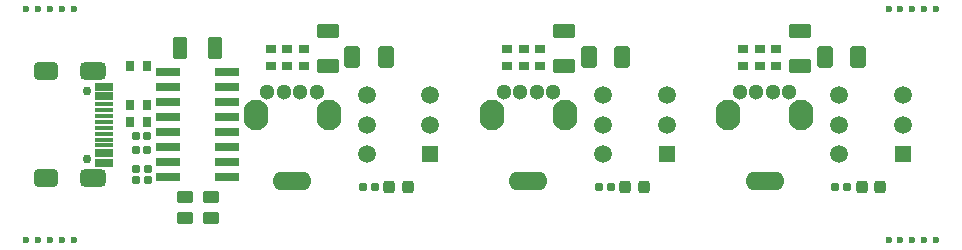
<source format=gbr>
%TF.GenerationSoftware,KiCad,Pcbnew,6.0.7+dfsg-1~bpo11+1*%
%TF.CreationDate,2022-10-14T07:47:58+00:00*%
%TF.ProjectId,0104-USB-HUB,30313034-2d55-4534-922d-4855422e6b69,V1.0*%
%TF.SameCoordinates,Original*%
%TF.FileFunction,Soldermask,Top*%
%TF.FilePolarity,Negative*%
%FSLAX46Y46*%
G04 Gerber Fmt 4.6, Leading zero omitted, Abs format (unit mm)*
G04 Created by KiCad (PCBNEW 6.0.7+dfsg-1~bpo11+1) date 2022-10-14 07:47:58*
%MOMM*%
%LPD*%
G01*
G04 APERTURE LIST*
G04 Aperture macros list*
%AMRoundRect*
0 Rectangle with rounded corners*
0 $1 Rounding radius*
0 $2 $3 $4 $5 $6 $7 $8 $9 X,Y pos of 4 corners*
0 Add a 4 corners polygon primitive as box body*
4,1,4,$2,$3,$4,$5,$6,$7,$8,$9,$2,$3,0*
0 Add four circle primitives for the rounded corners*
1,1,$1+$1,$2,$3*
1,1,$1+$1,$4,$5*
1,1,$1+$1,$6,$7*
1,1,$1+$1,$8,$9*
0 Add four rect primitives between the rounded corners*
20,1,$1+$1,$2,$3,$4,$5,0*
20,1,$1+$1,$4,$5,$6,$7,0*
20,1,$1+$1,$6,$7,$8,$9,0*
20,1,$1+$1,$8,$9,$2,$3,0*%
G04 Aperture macros list end*
%ADD10RoundRect,0.268750X0.218750X0.256250X-0.218750X0.256250X-0.218750X-0.256250X0.218750X-0.256250X0*%
%ADD11RoundRect,0.050000X0.350000X-0.300000X0.350000X0.300000X-0.350000X0.300000X-0.350000X-0.300000X0*%
%ADD12RoundRect,0.300000X0.375000X0.625000X-0.375000X0.625000X-0.375000X-0.625000X0.375000X-0.625000X0*%
%ADD13RoundRect,0.185000X-0.135000X-0.185000X0.135000X-0.185000X0.135000X0.185000X-0.135000X0.185000X0*%
%ADD14RoundRect,0.050000X-0.300000X-0.350000X0.300000X-0.350000X0.300000X0.350000X-0.300000X0.350000X0*%
%ADD15RoundRect,0.050000X0.650000X0.650000X-0.650000X0.650000X-0.650000X-0.650000X0.650000X-0.650000X0*%
%ADD16C,1.500000*%
%ADD17RoundRect,0.300000X-0.325000X-0.650000X0.325000X-0.650000X0.325000X0.650000X-0.325000X0.650000X0*%
%ADD18RoundRect,0.200000X0.850000X0.150000X-0.850000X0.150000X-0.850000X-0.150000X0.850000X-0.150000X0*%
%ADD19RoundRect,0.300000X0.650000X-0.325000X0.650000X0.325000X-0.650000X0.325000X-0.650000X-0.325000X0*%
%ADD20C,0.600000*%
%ADD21RoundRect,0.300000X-0.375000X-0.625000X0.375000X-0.625000X0.375000X0.625000X-0.375000X0.625000X0*%
%ADD22RoundRect,0.190000X0.140000X0.170000X-0.140000X0.170000X-0.140000X-0.170000X0.140000X-0.170000X0*%
%ADD23C,1.300000*%
%ADD24O,2.100000X2.600000*%
%ADD25O,3.300000X1.600000*%
%ADD26C,0.750000*%
%ADD27RoundRect,0.050000X-0.725000X0.300000X-0.725000X-0.300000X0.725000X-0.300000X0.725000X0.300000X0*%
%ADD28RoundRect,0.050000X-0.725000X0.150000X-0.725000X-0.150000X0.725000X-0.150000X0.725000X0.150000X0*%
%ADD29RoundRect,0.400000X-0.700000X0.350000X-0.700000X-0.350000X0.700000X-0.350000X0.700000X0.350000X0*%
%ADD30RoundRect,0.400000X-0.650000X0.350000X-0.650000X-0.350000X0.650000X-0.350000X0.650000X0.350000X0*%
%ADD31RoundRect,0.050000X-0.600000X-0.450000X0.600000X-0.450000X0.600000X0.450000X-0.600000X0.450000X0*%
G04 APERTURE END LIST*
D10*
%TO.C,D6*%
X73587500Y12250000D03*
X72012500Y12250000D03*
%TD*%
D11*
%TO.C,D11*%
X42000000Y23900000D03*
X42000000Y22500000D03*
%TD*%
D12*
%TO.C,F3*%
X71700000Y23200000D03*
X68900000Y23200000D03*
%TD*%
D13*
%TO.C,R5*%
X69790000Y12250000D03*
X70810000Y12250000D03*
%TD*%
D14*
%TO.C,D3*%
X11500000Y17750000D03*
X10100000Y17750000D03*
%TD*%
D15*
%TO.C,SW2*%
X55500000Y15000000D03*
D16*
X55500000Y17500000D03*
X55500000Y20000000D03*
X50100000Y15000000D03*
X50100000Y17500000D03*
X50100000Y20000000D03*
%TD*%
D17*
%TO.C,C1*%
X14325000Y24000000D03*
X17275000Y24000000D03*
%TD*%
D18*
%TO.C,U1*%
X18300000Y13055000D03*
X18300000Y14325000D03*
X18300000Y15595000D03*
X18300000Y16865000D03*
X18300000Y18135000D03*
X18300000Y19405000D03*
X18300000Y20675000D03*
X18300000Y21945000D03*
X13300000Y21945000D03*
X13300000Y20675000D03*
X13300000Y19405000D03*
X13300000Y18135000D03*
X13300000Y16865000D03*
X13300000Y15595000D03*
X13300000Y14325000D03*
X13300000Y13055000D03*
%TD*%
D13*
%TO.C,R3*%
X29790000Y12250000D03*
X30810000Y12250000D03*
%TD*%
%TO.C,R4*%
X49790000Y12250000D03*
X50810000Y12250000D03*
%TD*%
D10*
%TO.C,D5*%
X53587500Y12250000D03*
X52012500Y12250000D03*
%TD*%
D19*
%TO.C,C6*%
X66800000Y22500000D03*
X66800000Y25450000D03*
%TD*%
D20*
%TO.C,REF\u002A\u002A*%
X78300000Y27295000D03*
X74300000Y27295000D03*
X75300000Y27295000D03*
X77300000Y27295000D03*
X76300000Y27295000D03*
%TD*%
D21*
%TO.C,F1*%
X28900000Y23200000D03*
X31700000Y23200000D03*
%TD*%
D15*
%TO.C,SW1*%
X35500000Y15000000D03*
D16*
X35500000Y17500000D03*
X35500000Y20000000D03*
X30100000Y15000000D03*
X30100000Y17500000D03*
X30100000Y20000000D03*
%TD*%
D14*
%TO.C,D2*%
X11500000Y19150000D03*
X10100000Y19150000D03*
%TD*%
D22*
%TO.C,C2*%
X11530000Y16550000D03*
X10570000Y16550000D03*
%TD*%
D23*
%TO.C,J2*%
X25900000Y20300000D03*
X24500000Y20300000D03*
X23100000Y20300000D03*
X21700000Y20300000D03*
D24*
X20720000Y18300000D03*
D25*
X23800000Y12700000D03*
D24*
X26880000Y18300000D03*
%TD*%
D12*
%TO.C,F2*%
X51700000Y23200000D03*
X48900000Y23200000D03*
%TD*%
D13*
%TO.C,R1*%
X10540000Y13750000D03*
X11560000Y13750000D03*
%TD*%
D11*
%TO.C,D13*%
X64800000Y23900000D03*
X64800000Y22500000D03*
%TD*%
D13*
%TO.C,R2*%
X10540000Y12800000D03*
X11560000Y12800000D03*
%TD*%
D22*
%TO.C,C3*%
X11530000Y15400000D03*
X10570000Y15400000D03*
%TD*%
D23*
%TO.C,J3*%
X45900000Y20300000D03*
X44500000Y20300000D03*
X43100000Y20300000D03*
X41700000Y20300000D03*
D24*
X46880000Y18300000D03*
D25*
X43800000Y12700000D03*
D24*
X40720000Y18300000D03*
%TD*%
D11*
%TO.C,D12*%
X43400000Y23900000D03*
X43400000Y22500000D03*
%TD*%
D14*
%TO.C,D1*%
X11500000Y22500000D03*
X10100000Y22500000D03*
%TD*%
D20*
%TO.C,REF\u002A\u002A*%
X4300000Y27295000D03*
X1300000Y27295000D03*
X2300000Y27295000D03*
X3300000Y27295000D03*
X5300000Y27295000D03*
%TD*%
D11*
%TO.C,D14*%
X62000000Y23900000D03*
X62000000Y22500000D03*
%TD*%
D10*
%TO.C,D4*%
X33587500Y12250000D03*
X32012500Y12250000D03*
%TD*%
D20*
%TO.C,REF\u002A\u002A*%
X75300000Y7705000D03*
X78300000Y7705000D03*
X77300000Y7705000D03*
X76300000Y7705000D03*
X74300000Y7705000D03*
%TD*%
D26*
%TO.C,J1*%
X6400000Y20400000D03*
X6400000Y14600000D03*
D27*
X7845000Y20700000D03*
X7845000Y19900000D03*
D28*
X7845000Y18750000D03*
X7845000Y17750000D03*
X7845000Y17250000D03*
X7845000Y16250000D03*
D27*
X7845000Y15100000D03*
X7845000Y14300000D03*
X7845000Y14300000D03*
X7845000Y15100000D03*
D28*
X7845000Y15750000D03*
X7845000Y16750000D03*
X7845000Y18250000D03*
X7845000Y19250000D03*
D27*
X7845000Y19900000D03*
X7845000Y20700000D03*
D29*
X6930000Y12975000D03*
D30*
X2950000Y22025000D03*
D29*
X6930000Y22025000D03*
D30*
X2950000Y12975000D03*
%TD*%
D11*
%TO.C,D15*%
X63400000Y23900000D03*
X63400000Y22500000D03*
%TD*%
D15*
%TO.C,SW3*%
X75500000Y15000000D03*
D16*
X75500000Y17500000D03*
X75500000Y20000000D03*
X70100000Y15000000D03*
X70100000Y17500000D03*
X70100000Y20000000D03*
%TD*%
D11*
%TO.C,D7*%
X24800000Y23900000D03*
X24800000Y22500000D03*
%TD*%
D19*
%TO.C,C5*%
X46800000Y22500000D03*
X46800000Y25450000D03*
%TD*%
D23*
%TO.C,J4*%
X65900000Y20300000D03*
X64500000Y20300000D03*
X63100000Y20300000D03*
X61700000Y20300000D03*
D25*
X63800000Y12700000D03*
D24*
X60720000Y18300000D03*
X66880000Y18300000D03*
%TD*%
D20*
%TO.C,REF\u002A\u002A*%
X1300000Y7705000D03*
X5300000Y7705000D03*
X4300000Y7705000D03*
X2300000Y7705000D03*
X3300000Y7705000D03*
%TD*%
D19*
%TO.C,C4*%
X26800000Y22500000D03*
X26800000Y25450000D03*
%TD*%
D31*
%TO.C,Y1*%
X14700000Y9620000D03*
X16900000Y9620000D03*
X16900000Y11380000D03*
X14700000Y11380000D03*
%TD*%
D11*
%TO.C,D9*%
X23400000Y23900000D03*
X23400000Y22500000D03*
%TD*%
%TO.C,D10*%
X44800000Y23900000D03*
X44800000Y22500000D03*
%TD*%
%TO.C,D8*%
X22000000Y23900000D03*
X22000000Y22500000D03*
%TD*%
M02*

</source>
